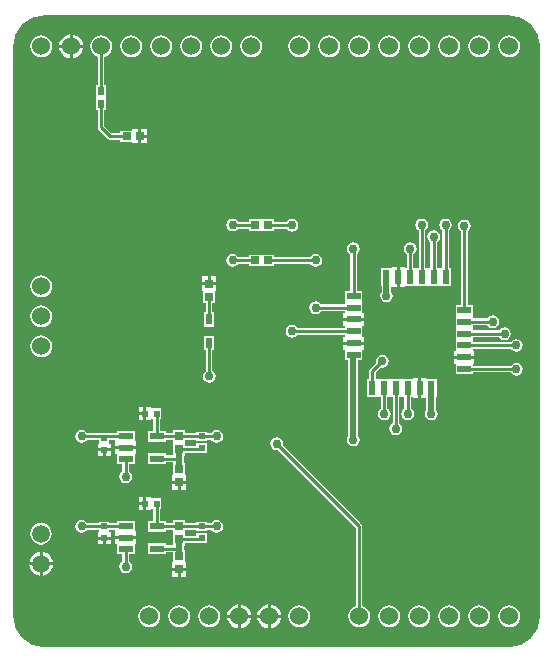
<source format=gtl>
%FSLAX25Y25*%
%MOIN*%
G70*
G01*
G75*
G04 Layer_Physical_Order=1*
G04 Layer_Color=255*
%ADD10R,0.02362X0.04724*%
%ADD11R,0.04724X0.02362*%
%ADD12R,0.02362X0.03543*%
%ADD13R,0.02559X0.02953*%
%ADD14R,0.02362X0.01969*%
%ADD15R,0.02953X0.02559*%
%ADD16R,0.04803X0.02362*%
%ADD17R,0.01969X0.02362*%
%ADD18R,0.01969X0.02756*%
%ADD19C,0.02000*%
%ADD20C,0.01000*%
%ADD21C,0.00600*%
%ADD22C,0.05906*%
%ADD23C,0.06000*%
%ADD24C,0.03000*%
G36*
X166960Y209855D02*
X168845Y209283D01*
X170583Y208355D01*
X172105Y207105D01*
X173355Y205583D01*
X174284Y203845D01*
X174855Y201960D01*
X175044Y200048D01*
X175000Y200000D01*
D01*
X175000Y200000D01*
X175048Y10000D01*
X174855Y8040D01*
X174284Y6155D01*
X173355Y4417D01*
X172105Y2895D01*
X170583Y1645D01*
X168845Y716D01*
X166960Y145D01*
X165048Y-44D01*
X165000Y0D01*
Y0D01*
X10000Y-48D01*
X8040Y145D01*
X6155Y716D01*
X4417Y1645D01*
X2895Y2895D01*
X1645Y4417D01*
X716Y6155D01*
X145Y8040D01*
X-44Y9952D01*
X0Y10000D01*
X0D01*
X-48Y200000D01*
X145Y201960D01*
X716Y203845D01*
X1645Y205583D01*
X2895Y207105D01*
X4417Y208355D01*
X6155Y209283D01*
X8040Y209855D01*
X9952Y210044D01*
X10000Y210000D01*
Y210000D01*
X165000Y210048D01*
X166960Y209855D01*
D02*
G37*
%LPC*%
G36*
X29500Y35563D02*
X27819D01*
Y34079D01*
X29500D01*
Y35563D01*
D02*
G37*
G36*
X9000Y41083D02*
X8072Y40961D01*
X7208Y40603D01*
X6466Y40034D01*
X5897Y39292D01*
X5539Y38427D01*
X5417Y37500D01*
X5539Y36573D01*
X5897Y35708D01*
X6466Y34966D01*
X7208Y34397D01*
X8072Y34039D01*
X9000Y33917D01*
X9928Y34039D01*
X10792Y34397D01*
X11534Y34966D01*
X12103Y35708D01*
X12461Y36573D01*
X12583Y37500D01*
X12461Y38427D01*
X12103Y39292D01*
X11534Y40034D01*
X10792Y40603D01*
X9928Y40961D01*
X9000Y41083D01*
D02*
G37*
G36*
X32181Y35563D02*
X30500D01*
Y34079D01*
X32181D01*
Y35563D01*
D02*
G37*
G36*
X45547Y49681D02*
X44063D01*
Y47500D01*
Y45319D01*
X45547D01*
Y45719D01*
X45916D01*
Y45719D01*
X46378Y45719D01*
Y41781D01*
X44498D01*
Y38219D01*
X50502D01*
Y38878D01*
X53120D01*
Y38099D01*
X53120Y38099D01*
X53120D01*
X53120Y37924D01*
Y37835D01*
Y37746D01*
X53120Y37570D01*
X53120Y37570D01*
X53120D01*
Y33641D01*
X50502D01*
Y34301D01*
X44498D01*
Y30739D01*
X50502D01*
Y31398D01*
X53120D01*
Y28146D01*
X52720D01*
Y26169D01*
X57279D01*
Y28146D01*
X56880D01*
Y32076D01*
X56649D01*
Y33593D01*
X56880D01*
Y34548D01*
X60719D01*
Y34479D01*
X64281D01*
Y37647D01*
X60719D01*
Y36791D01*
X56880D01*
Y37570D01*
X56880Y37570D01*
D01*
D01*
X56880Y37746D01*
Y37768D01*
Y37835D01*
X56880Y37924D01*
D01*
X56880Y38099D01*
X56880Y38099D01*
X56880D01*
Y38878D01*
X60719D01*
Y38416D01*
X64281D01*
Y38878D01*
X65724D01*
X65986Y38486D01*
X66681Y38022D01*
X67500Y37859D01*
X68319Y38022D01*
X69014Y38486D01*
X69478Y39181D01*
X69641Y40000D01*
X69478Y40819D01*
X69014Y41514D01*
X68319Y41978D01*
X67500Y42141D01*
X66681Y41978D01*
X65986Y41514D01*
X65724Y41122D01*
X64281D01*
Y41584D01*
X60719D01*
Y41122D01*
X56880D01*
Y42076D01*
X53120D01*
Y41122D01*
X50502D01*
Y41781D01*
X48622D01*
Y45719D01*
X49084D01*
Y49281D01*
X45916D01*
Y49281D01*
X45901D01*
X45547Y49635D01*
Y49681D01*
D02*
G37*
G36*
X22500Y42141D02*
X21681Y41978D01*
X20986Y41514D01*
X20522Y40819D01*
X20359Y40000D01*
X20522Y39181D01*
X20986Y38486D01*
X21681Y38022D01*
X22500Y37859D01*
X23319Y38022D01*
X24014Y38486D01*
X24276Y38878D01*
X28219D01*
X28219Y38416D01*
X28219D01*
Y38401D01*
X27865Y38047D01*
X27819D01*
Y36563D01*
X32181D01*
Y38047D01*
X31781D01*
Y38416D01*
X31781D01*
X31781Y38878D01*
X33784D01*
Y38441D01*
X33784D01*
Y36760D01*
X40587D01*
Y38441D01*
X40187D01*
Y41781D01*
X34183D01*
Y41122D01*
X31781D01*
Y41584D01*
X28219D01*
Y41122D01*
X24276D01*
X24014Y41514D01*
X23319Y41978D01*
X22500Y42141D01*
D02*
G37*
G36*
X12921Y27000D02*
X9500D01*
Y23579D01*
X10032Y23649D01*
X10993Y24047D01*
X11819Y24681D01*
X12453Y25507D01*
X12851Y26468D01*
X12921Y27000D01*
D02*
G37*
G36*
X8500D02*
X5079D01*
X5149Y26468D01*
X5547Y25507D01*
X6181Y24681D01*
X7007Y24047D01*
X7968Y23649D01*
X8500Y23579D01*
Y27000D01*
D02*
G37*
G36*
X40587Y35760D02*
X33784D01*
Y34079D01*
X34183D01*
Y30739D01*
X36064D01*
Y28276D01*
X35671Y28014D01*
X35207Y27319D01*
X35044Y26500D01*
X35207Y25681D01*
X35671Y24986D01*
X36366Y24522D01*
X37185Y24359D01*
X38004Y24522D01*
X38699Y24986D01*
X39163Y25681D01*
X39326Y26500D01*
X39163Y27319D01*
X38699Y28014D01*
X38307Y28276D01*
Y30739D01*
X40187D01*
Y34079D01*
X40587D01*
Y35760D01*
D02*
G37*
G36*
X9500Y31421D02*
Y28000D01*
X12921D01*
X12851Y28532D01*
X12453Y29493D01*
X11819Y30319D01*
X10993Y30953D01*
X10032Y31351D01*
X9500Y31421D01*
D02*
G37*
G36*
X8500D02*
X7968Y31351D01*
X7007Y30953D01*
X6181Y30319D01*
X5547Y29493D01*
X5149Y28532D01*
X5079Y28000D01*
X8500D01*
Y31421D01*
D02*
G37*
G36*
X32181Y65031D02*
X30500D01*
Y63547D01*
X32181D01*
Y65031D01*
D02*
G37*
G36*
X29500D02*
X27819D01*
Y63547D01*
X29500D01*
Y65031D01*
D02*
G37*
G36*
X116504Y100563D02*
X109780D01*
Y98882D01*
X110179D01*
Y95345D01*
X111471D01*
Y70118D01*
X111124Y69599D01*
X110961Y68779D01*
X111124Y67960D01*
X111588Y67265D01*
X112283Y66801D01*
X113102Y66638D01*
X113922Y66801D01*
X114616Y67265D01*
X115080Y67960D01*
X115243Y68779D01*
X115080Y69599D01*
X114734Y70118D01*
Y95345D01*
X116104D01*
Y98882D01*
X116504D01*
Y100563D01*
D02*
G37*
G36*
X45547Y79681D02*
X44063D01*
Y77500D01*
Y75319D01*
X45547D01*
Y75719D01*
X45916D01*
Y75719D01*
X46378Y75719D01*
Y71781D01*
X44498D01*
Y68219D01*
X50502D01*
Y68878D01*
X53120D01*
Y68099D01*
X53120Y68099D01*
X53120D01*
X53120Y67924D01*
Y67835D01*
Y67746D01*
X53120Y67570D01*
X53120Y67570D01*
X53120D01*
Y63641D01*
X50502D01*
Y64301D01*
X44498D01*
Y60739D01*
X50502D01*
Y61398D01*
X53120D01*
Y61076D01*
X53120D01*
Y57146D01*
X52720D01*
Y55169D01*
X57279D01*
Y57146D01*
X56880D01*
Y61076D01*
X56649D01*
Y63593D01*
X56880D01*
Y64548D01*
X60719D01*
Y64479D01*
X64281D01*
Y67647D01*
X60719D01*
Y66791D01*
X56880D01*
Y67570D01*
X56880Y67570D01*
D01*
D01*
X56880Y67746D01*
Y67768D01*
Y67835D01*
X56880Y67924D01*
D01*
X56880Y68099D01*
X56880Y68099D01*
X56880D01*
Y68878D01*
X60719D01*
Y68416D01*
X64281D01*
Y68878D01*
X65724D01*
X65986Y68486D01*
X66681Y68022D01*
X67500Y67859D01*
X68319Y68022D01*
X69014Y68486D01*
X69478Y69181D01*
X69641Y70000D01*
X69478Y70819D01*
X69014Y71514D01*
X68319Y71978D01*
X67500Y72141D01*
X66681Y71978D01*
X65986Y71514D01*
X65724Y71122D01*
X64281D01*
Y71584D01*
X60719D01*
Y71122D01*
X56880D01*
Y72076D01*
X53120D01*
Y71122D01*
X50502D01*
Y71781D01*
X48622D01*
Y75719D01*
X49084D01*
Y79281D01*
X45916D01*
Y79281D01*
X45901D01*
X45547Y79635D01*
Y79681D01*
D02*
G37*
G36*
X22500Y72141D02*
X21681Y71978D01*
X20986Y71514D01*
X20522Y70819D01*
X20359Y70000D01*
X20522Y69181D01*
X20986Y68486D01*
X21681Y68022D01*
X22500Y67859D01*
X23319Y68022D01*
X24014Y68486D01*
X24276Y68878D01*
X28219D01*
Y67884D01*
X28219D01*
Y67869D01*
X27865Y67516D01*
X27819D01*
Y66031D01*
X32181D01*
Y67516D01*
X31781D01*
Y67884D01*
X31781D01*
Y68878D01*
X33784D01*
Y68441D01*
X33784D01*
Y66760D01*
X40587D01*
Y68441D01*
X40187D01*
Y71781D01*
X34183D01*
Y71122D01*
X24276D01*
X24014Y71514D01*
X23319Y71978D01*
X22500Y72141D01*
D02*
G37*
G36*
X43063Y49681D02*
X41579D01*
Y48000D01*
X43063D01*
Y49681D01*
D02*
G37*
G36*
Y47000D02*
X41579D01*
Y45319D01*
X43063D01*
Y47000D01*
D02*
G37*
G36*
X54500Y54169D02*
X52720D01*
Y52193D01*
X54500D01*
Y54169D01*
D02*
G37*
G36*
X40587Y65760D02*
X33784D01*
Y64079D01*
X34183D01*
Y60739D01*
X36064D01*
Y58276D01*
X35671Y58014D01*
X35207Y57319D01*
X35044Y56500D01*
X35207Y55681D01*
X35671Y54986D01*
X36366Y54522D01*
X37185Y54359D01*
X38004Y54522D01*
X38699Y54986D01*
X39163Y55681D01*
X39326Y56500D01*
X39163Y57319D01*
X38699Y58014D01*
X38307Y58276D01*
Y60739D01*
X40187D01*
Y64079D01*
X40587D01*
Y65760D01*
D02*
G37*
G36*
X57279Y54169D02*
X55500D01*
Y52193D01*
X57279D01*
Y54169D01*
D02*
G37*
G36*
X65000Y13631D02*
X64060Y13507D01*
X63184Y13145D01*
X62432Y12567D01*
X61855Y11816D01*
X61493Y10940D01*
X61369Y10000D01*
X61493Y9060D01*
X61855Y8185D01*
X62432Y7433D01*
X63184Y6855D01*
X64060Y6493D01*
X65000Y6369D01*
X65940Y6493D01*
X66816Y6855D01*
X67568Y7433D01*
X68145Y8185D01*
X68507Y9060D01*
X68631Y10000D01*
X68507Y10940D01*
X68145Y11816D01*
X67568Y12567D01*
X66816Y13145D01*
X65940Y13507D01*
X65000Y13631D01*
D02*
G37*
G36*
X55000D02*
X54060Y13507D01*
X53184Y13145D01*
X52432Y12567D01*
X51855Y11816D01*
X51493Y10940D01*
X51369Y10000D01*
X51493Y9060D01*
X51855Y8185D01*
X52432Y7433D01*
X53184Y6855D01*
X54060Y6493D01*
X55000Y6369D01*
X55940Y6493D01*
X56815Y6855D01*
X57568Y7433D01*
X58145Y8185D01*
X58507Y9060D01*
X58631Y10000D01*
X58507Y10940D01*
X58145Y11816D01*
X57568Y12567D01*
X56815Y13145D01*
X55940Y13507D01*
X55000Y13631D01*
D02*
G37*
G36*
X95000D02*
X94060Y13507D01*
X93185Y13145D01*
X92432Y12567D01*
X91855Y11816D01*
X91493Y10940D01*
X91369Y10000D01*
X91493Y9060D01*
X91855Y8185D01*
X92432Y7433D01*
X93185Y6855D01*
X94060Y6493D01*
X95000Y6369D01*
X95940Y6493D01*
X96816Y6855D01*
X97568Y7433D01*
X98145Y8185D01*
X98507Y9060D01*
X98631Y10000D01*
X98507Y10940D01*
X98145Y11816D01*
X97568Y12567D01*
X96816Y13145D01*
X95940Y13507D01*
X95000Y13631D01*
D02*
G37*
G36*
X125000D02*
X124060Y13507D01*
X123185Y13145D01*
X122432Y12567D01*
X121855Y11816D01*
X121493Y10940D01*
X121369Y10000D01*
X121493Y9060D01*
X121855Y8185D01*
X122432Y7433D01*
X123185Y6855D01*
X124060Y6493D01*
X125000Y6369D01*
X125940Y6493D01*
X126815Y6855D01*
X127568Y7433D01*
X128145Y8185D01*
X128507Y9060D01*
X128631Y10000D01*
X128507Y10940D01*
X128145Y11816D01*
X127568Y12567D01*
X126815Y13145D01*
X125940Y13507D01*
X125000Y13631D01*
D02*
G37*
G36*
X87500Y69641D02*
X86681Y69478D01*
X85986Y69014D01*
X85522Y68319D01*
X85359Y67500D01*
X85522Y66681D01*
X85986Y65986D01*
X86681Y65522D01*
X87500Y65359D01*
X87963Y65451D01*
X113878Y39535D01*
Y13432D01*
X113184Y13145D01*
X112432Y12567D01*
X111855Y11816D01*
X111493Y10940D01*
X111369Y10000D01*
X111493Y9060D01*
X111855Y8185D01*
X112432Y7433D01*
X113184Y6855D01*
X114060Y6493D01*
X115000Y6369D01*
X115940Y6493D01*
X116815Y6855D01*
X117568Y7433D01*
X118145Y8185D01*
X118507Y9060D01*
X118631Y10000D01*
X118507Y10940D01*
X118145Y11816D01*
X117568Y12567D01*
X116815Y13145D01*
X116122Y13432D01*
Y40000D01*
X116036Y40429D01*
X115793Y40793D01*
X115793Y40793D01*
X89549Y67037D01*
X89641Y67500D01*
X89478Y68319D01*
X89014Y69014D01*
X88319Y69478D01*
X87500Y69641D01*
D02*
G37*
G36*
X78969Y9500D02*
X75500D01*
Y6031D01*
X76044Y6103D01*
X77017Y6506D01*
X77853Y7147D01*
X78494Y7983D01*
X78897Y8956D01*
X78969Y9500D01*
D02*
G37*
G36*
X74500D02*
X71031D01*
X71103Y8956D01*
X71506Y7983D01*
X72147Y7147D01*
X72983Y6506D01*
X73956Y6103D01*
X74500Y6031D01*
Y9500D01*
D02*
G37*
G36*
X84500D02*
X81031D01*
X81103Y8956D01*
X81506Y7983D01*
X82147Y7147D01*
X82983Y6506D01*
X83956Y6103D01*
X84500Y6031D01*
Y9500D01*
D02*
G37*
G36*
X45000Y13631D02*
X44060Y13507D01*
X43185Y13145D01*
X42432Y12567D01*
X41855Y11816D01*
X41493Y10940D01*
X41369Y10000D01*
X41493Y9060D01*
X41855Y8185D01*
X42432Y7433D01*
X43185Y6855D01*
X44060Y6493D01*
X45000Y6369D01*
X45940Y6493D01*
X46815Y6855D01*
X47567Y7433D01*
X48145Y8185D01*
X48507Y9060D01*
X48631Y10000D01*
X48507Y10940D01*
X48145Y11816D01*
X47567Y12567D01*
X46815Y13145D01*
X45940Y13507D01*
X45000Y13631D01*
D02*
G37*
G36*
X88969Y9500D02*
X85500D01*
Y6031D01*
X86044Y6103D01*
X87017Y6506D01*
X87853Y7147D01*
X88494Y7983D01*
X88897Y8956D01*
X88969Y9500D01*
D02*
G37*
G36*
X84500Y13969D02*
X83956Y13897D01*
X82983Y13494D01*
X82147Y12853D01*
X81506Y12017D01*
X81103Y11044D01*
X81031Y10500D01*
X84500D01*
Y13969D01*
D02*
G37*
G36*
X75500D02*
Y10500D01*
X78969D01*
X78897Y11044D01*
X78494Y12017D01*
X77853Y12853D01*
X77017Y13494D01*
X76044Y13897D01*
X75500Y13969D01*
D02*
G37*
G36*
X85500D02*
Y10500D01*
X88969D01*
X88897Y11044D01*
X88494Y12017D01*
X87853Y12853D01*
X87017Y13494D01*
X86044Y13897D01*
X85500Y13969D01*
D02*
G37*
G36*
X57279Y25169D02*
X55500D01*
Y23193D01*
X57279D01*
Y25169D01*
D02*
G37*
G36*
X54500D02*
X52720D01*
Y23193D01*
X54500D01*
Y25169D01*
D02*
G37*
G36*
X145000Y13631D02*
X144060Y13507D01*
X143184Y13145D01*
X142432Y12567D01*
X141855Y11816D01*
X141493Y10940D01*
X141369Y10000D01*
X141493Y9060D01*
X141855Y8185D01*
X142432Y7433D01*
X143184Y6855D01*
X144060Y6493D01*
X145000Y6369D01*
X145940Y6493D01*
X146816Y6855D01*
X147568Y7433D01*
X148145Y8185D01*
X148507Y9060D01*
X148631Y10000D01*
X148507Y10940D01*
X148145Y11816D01*
X147568Y12567D01*
X146816Y13145D01*
X145940Y13507D01*
X145000Y13631D01*
D02*
G37*
G36*
X135000D02*
X134060Y13507D01*
X133185Y13145D01*
X132432Y12567D01*
X131855Y11816D01*
X131493Y10940D01*
X131369Y10000D01*
X131493Y9060D01*
X131855Y8185D01*
X132432Y7433D01*
X133185Y6855D01*
X134060Y6493D01*
X135000Y6369D01*
X135940Y6493D01*
X136816Y6855D01*
X137568Y7433D01*
X138145Y8185D01*
X138507Y9060D01*
X138631Y10000D01*
X138507Y10940D01*
X138145Y11816D01*
X137568Y12567D01*
X136816Y13145D01*
X135940Y13507D01*
X135000Y13631D01*
D02*
G37*
G36*
X155000D02*
X154060Y13507D01*
X153184Y13145D01*
X152432Y12567D01*
X151855Y11816D01*
X151493Y10940D01*
X151369Y10000D01*
X151493Y9060D01*
X151855Y8185D01*
X152432Y7433D01*
X153184Y6855D01*
X154060Y6493D01*
X155000Y6369D01*
X155940Y6493D01*
X156816Y6855D01*
X157568Y7433D01*
X158145Y8185D01*
X158507Y9060D01*
X158631Y10000D01*
X158507Y10940D01*
X158145Y11816D01*
X157568Y12567D01*
X156816Y13145D01*
X155940Y13507D01*
X155000Y13631D01*
D02*
G37*
G36*
X74500Y13969D02*
X73956Y13897D01*
X72983Y13494D01*
X72147Y12853D01*
X71506Y12017D01*
X71103Y11044D01*
X71031Y10500D01*
X74500D01*
Y13969D01*
D02*
G37*
G36*
X165000Y13631D02*
X164060Y13507D01*
X163184Y13145D01*
X162432Y12567D01*
X161855Y11816D01*
X161493Y10940D01*
X161369Y10000D01*
X161493Y9060D01*
X161855Y8185D01*
X162432Y7433D01*
X163184Y6855D01*
X164060Y6493D01*
X165000Y6369D01*
X165940Y6493D01*
X166815Y6855D01*
X167568Y7433D01*
X168145Y8185D01*
X168507Y9060D01*
X168631Y10000D01*
X168507Y10940D01*
X168145Y11816D01*
X167568Y12567D01*
X166815Y13145D01*
X165940Y13507D01*
X165000Y13631D01*
D02*
G37*
G36*
X39000Y203631D02*
X38060Y203507D01*
X37185Y203145D01*
X36432Y202568D01*
X35855Y201816D01*
X35493Y200940D01*
X35369Y200000D01*
X35493Y199060D01*
X35855Y198185D01*
X36432Y197432D01*
X37185Y196855D01*
X38060Y196493D01*
X39000Y196369D01*
X39940Y196493D01*
X40815Y196855D01*
X41568Y197432D01*
X42145Y198185D01*
X42507Y199060D01*
X42631Y200000D01*
X42507Y200940D01*
X42145Y201816D01*
X41568Y202568D01*
X40815Y203145D01*
X39940Y203507D01*
X39000Y203631D01*
D02*
G37*
G36*
X9000D02*
X8060Y203507D01*
X7185Y203145D01*
X6432Y202568D01*
X5855Y201816D01*
X5493Y200940D01*
X5369Y200000D01*
X5493Y199060D01*
X5855Y198185D01*
X6432Y197432D01*
X7185Y196855D01*
X8060Y196493D01*
X9000Y196369D01*
X9940Y196493D01*
X10815Y196855D01*
X11568Y197432D01*
X12145Y198185D01*
X12507Y199060D01*
X12631Y200000D01*
X12507Y200940D01*
X12145Y201816D01*
X11568Y202568D01*
X10815Y203145D01*
X9940Y203507D01*
X9000Y203631D01*
D02*
G37*
G36*
X49000D02*
X48060Y203507D01*
X47185Y203145D01*
X46433Y202568D01*
X45855Y201816D01*
X45493Y200940D01*
X45369Y200000D01*
X45493Y199060D01*
X45855Y198185D01*
X46433Y197432D01*
X47185Y196855D01*
X48060Y196493D01*
X49000Y196369D01*
X49940Y196493D01*
X50815Y196855D01*
X51568Y197432D01*
X52145Y198185D01*
X52507Y199060D01*
X52631Y200000D01*
X52507Y200940D01*
X52145Y201816D01*
X51568Y202568D01*
X50815Y203145D01*
X49940Y203507D01*
X49000Y203631D01*
D02*
G37*
G36*
X69000D02*
X68060Y203507D01*
X67185Y203145D01*
X66432Y202568D01*
X65855Y201816D01*
X65493Y200940D01*
X65369Y200000D01*
X65493Y199060D01*
X65855Y198185D01*
X66432Y197432D01*
X67185Y196855D01*
X68060Y196493D01*
X69000Y196369D01*
X69940Y196493D01*
X70815Y196855D01*
X71568Y197432D01*
X72145Y198185D01*
X72507Y199060D01*
X72631Y200000D01*
X72507Y200940D01*
X72145Y201816D01*
X71568Y202568D01*
X70815Y203145D01*
X69940Y203507D01*
X69000Y203631D01*
D02*
G37*
G36*
X59000D02*
X58060Y203507D01*
X57184Y203145D01*
X56432Y202568D01*
X55855Y201816D01*
X55493Y200940D01*
X55369Y200000D01*
X55493Y199060D01*
X55855Y198185D01*
X56432Y197432D01*
X57184Y196855D01*
X58060Y196493D01*
X59000Y196369D01*
X59940Y196493D01*
X60816Y196855D01*
X61568Y197432D01*
X62145Y198185D01*
X62507Y199060D01*
X62631Y200000D01*
X62507Y200940D01*
X62145Y201816D01*
X61568Y202568D01*
X60816Y203145D01*
X59940Y203507D01*
X59000Y203631D01*
D02*
G37*
G36*
X44307Y172280D02*
X42331D01*
Y170500D01*
X44307D01*
Y172280D01*
D02*
G37*
G36*
Y169500D02*
X42331D01*
Y167720D01*
X44307D01*
Y169500D01*
D02*
G37*
G36*
X29000Y203631D02*
X28060Y203507D01*
X27185Y203145D01*
X26432Y202568D01*
X25855Y201816D01*
X25493Y200940D01*
X25369Y200000D01*
X25493Y199060D01*
X25855Y198185D01*
X26432Y197432D01*
X27185Y196855D01*
X27878Y196568D01*
Y186978D01*
X27416D01*
Y183022D01*
X27416Y183022D01*
X27416Y182647D01*
X27416D01*
Y178691D01*
X27878D01*
Y173000D01*
X27878Y173000D01*
X27964Y172571D01*
X28207Y172207D01*
X31207Y169207D01*
X31571Y168964D01*
X32000Y168878D01*
X32000Y168878D01*
X35424D01*
Y168121D01*
X39354D01*
Y167720D01*
X41331D01*
Y170000D01*
Y172280D01*
X39354D01*
Y171879D01*
X35424D01*
Y171122D01*
X32465D01*
X30122Y173465D01*
Y178691D01*
X30584D01*
Y182647D01*
D01*
Y182647D01*
X30584Y182647D01*
Y183022D01*
X30584D01*
Y186978D01*
X30122D01*
Y196568D01*
X30816Y196855D01*
X31567Y197432D01*
X32145Y198185D01*
X32507Y199060D01*
X32631Y200000D01*
X32507Y200940D01*
X32145Y201816D01*
X31567Y202568D01*
X30816Y203145D01*
X29940Y203507D01*
X29000Y203631D01*
D02*
G37*
G36*
X22969Y199500D02*
X19500D01*
Y196031D01*
X20044Y196103D01*
X21017Y196506D01*
X21853Y197147D01*
X22494Y197983D01*
X22897Y198956D01*
X22969Y199500D01*
D02*
G37*
G36*
X18500D02*
X15031D01*
X15103Y198956D01*
X15506Y197983D01*
X16147Y197147D01*
X16983Y196506D01*
X17956Y196103D01*
X18500Y196031D01*
Y199500D01*
D02*
G37*
G36*
X79000Y203631D02*
X78060Y203507D01*
X77184Y203145D01*
X76432Y202568D01*
X75855Y201816D01*
X75493Y200940D01*
X75369Y200000D01*
X75493Y199060D01*
X75855Y198185D01*
X76432Y197432D01*
X77184Y196855D01*
X78060Y196493D01*
X79000Y196369D01*
X79940Y196493D01*
X80816Y196855D01*
X81568Y197432D01*
X82145Y198185D01*
X82507Y199060D01*
X82631Y200000D01*
X82507Y200940D01*
X82145Y201816D01*
X81568Y202568D01*
X80816Y203145D01*
X79940Y203507D01*
X79000Y203631D01*
D02*
G37*
G36*
X155000D02*
X154060Y203507D01*
X153184Y203145D01*
X152432Y202568D01*
X151855Y201816D01*
X151493Y200940D01*
X151369Y200000D01*
X151493Y199060D01*
X151855Y198185D01*
X152432Y197432D01*
X153184Y196855D01*
X154060Y196493D01*
X155000Y196369D01*
X155940Y196493D01*
X156816Y196855D01*
X157568Y197432D01*
X158145Y198185D01*
X158507Y199060D01*
X158631Y200000D01*
X158507Y200940D01*
X158145Y201816D01*
X157568Y202568D01*
X156816Y203145D01*
X155940Y203507D01*
X155000Y203631D01*
D02*
G37*
G36*
X145000D02*
X144060Y203507D01*
X143184Y203145D01*
X142432Y202568D01*
X141855Y201816D01*
X141493Y200940D01*
X141369Y200000D01*
X141493Y199060D01*
X141855Y198185D01*
X142432Y197432D01*
X143184Y196855D01*
X144060Y196493D01*
X145000Y196369D01*
X145940Y196493D01*
X146816Y196855D01*
X147568Y197432D01*
X148145Y198185D01*
X148507Y199060D01*
X148631Y200000D01*
X148507Y200940D01*
X148145Y201816D01*
X147568Y202568D01*
X146816Y203145D01*
X145940Y203507D01*
X145000Y203631D01*
D02*
G37*
G36*
X165000D02*
X164060Y203507D01*
X163184Y203145D01*
X162432Y202568D01*
X161855Y201816D01*
X161493Y200940D01*
X161369Y200000D01*
X161493Y199060D01*
X161855Y198185D01*
X162432Y197432D01*
X163184Y196855D01*
X164060Y196493D01*
X165000Y196369D01*
X165940Y196493D01*
X166815Y196855D01*
X167568Y197432D01*
X168145Y198185D01*
X168507Y199060D01*
X168631Y200000D01*
X168507Y200940D01*
X168145Y201816D01*
X167568Y202568D01*
X166815Y203145D01*
X165940Y203507D01*
X165000Y203631D01*
D02*
G37*
G36*
X19500Y203969D02*
Y200500D01*
X22969D01*
X22897Y201044D01*
X22494Y202017D01*
X21853Y202853D01*
X21017Y203494D01*
X20044Y203897D01*
X19500Y203969D01*
D02*
G37*
G36*
X18500D02*
X17956Y203897D01*
X16983Y203494D01*
X16147Y202853D01*
X15506Y202017D01*
X15103Y201044D01*
X15031Y200500D01*
X18500D01*
Y203969D01*
D02*
G37*
G36*
X105000Y203631D02*
X104060Y203507D01*
X103184Y203145D01*
X102432Y202568D01*
X101855Y201816D01*
X101493Y200940D01*
X101369Y200000D01*
X101493Y199060D01*
X101855Y198185D01*
X102432Y197432D01*
X103184Y196855D01*
X104060Y196493D01*
X105000Y196369D01*
X105940Y196493D01*
X106816Y196855D01*
X107568Y197432D01*
X108145Y198185D01*
X108507Y199060D01*
X108631Y200000D01*
X108507Y200940D01*
X108145Y201816D01*
X107568Y202568D01*
X106816Y203145D01*
X105940Y203507D01*
X105000Y203631D01*
D02*
G37*
G36*
X95000D02*
X94060Y203507D01*
X93185Y203145D01*
X92432Y202568D01*
X91855Y201816D01*
X91493Y200940D01*
X91369Y200000D01*
X91493Y199060D01*
X91855Y198185D01*
X92432Y197432D01*
X93185Y196855D01*
X94060Y196493D01*
X95000Y196369D01*
X95940Y196493D01*
X96816Y196855D01*
X97568Y197432D01*
X98145Y198185D01*
X98507Y199060D01*
X98631Y200000D01*
X98507Y200940D01*
X98145Y201816D01*
X97568Y202568D01*
X96816Y203145D01*
X95940Y203507D01*
X95000Y203631D01*
D02*
G37*
G36*
X115000D02*
X114060Y203507D01*
X113184Y203145D01*
X112432Y202568D01*
X111855Y201816D01*
X111493Y200940D01*
X111369Y200000D01*
X111493Y199060D01*
X111855Y198185D01*
X112432Y197432D01*
X113184Y196855D01*
X114060Y196493D01*
X115000Y196369D01*
X115940Y196493D01*
X116815Y196855D01*
X117568Y197432D01*
X118145Y198185D01*
X118507Y199060D01*
X118631Y200000D01*
X118507Y200940D01*
X118145Y201816D01*
X117568Y202568D01*
X116815Y203145D01*
X115940Y203507D01*
X115000Y203631D01*
D02*
G37*
G36*
X135000D02*
X134060Y203507D01*
X133185Y203145D01*
X132432Y202568D01*
X131855Y201816D01*
X131493Y200940D01*
X131369Y200000D01*
X131493Y199060D01*
X131855Y198185D01*
X132432Y197432D01*
X133185Y196855D01*
X134060Y196493D01*
X135000Y196369D01*
X135940Y196493D01*
X136816Y196855D01*
X137568Y197432D01*
X138145Y198185D01*
X138507Y199060D01*
X138631Y200000D01*
X138507Y200940D01*
X138145Y201816D01*
X137568Y202568D01*
X136816Y203145D01*
X135940Y203507D01*
X135000Y203631D01*
D02*
G37*
G36*
X125000D02*
X124060Y203507D01*
X123185Y203145D01*
X122432Y202568D01*
X121855Y201816D01*
X121493Y200940D01*
X121369Y200000D01*
X121493Y199060D01*
X121855Y198185D01*
X122432Y197432D01*
X123185Y196855D01*
X124060Y196493D01*
X125000Y196369D01*
X125940Y196493D01*
X126815Y196855D01*
X127568Y197432D01*
X128145Y198185D01*
X128507Y199060D01*
X128631Y200000D01*
X128507Y200940D01*
X128145Y201816D01*
X127568Y202568D01*
X126815Y203145D01*
X125940Y203507D01*
X125000Y203631D01*
D02*
G37*
G36*
X9000Y103631D02*
X8060Y103507D01*
X7185Y103145D01*
X6432Y102568D01*
X5855Y101815D01*
X5493Y100940D01*
X5369Y100000D01*
X5493Y99060D01*
X5855Y98185D01*
X6432Y97432D01*
X7185Y96855D01*
X8060Y96493D01*
X9000Y96369D01*
X9940Y96493D01*
X10815Y96855D01*
X11568Y97432D01*
X12145Y98185D01*
X12507Y99060D01*
X12631Y100000D01*
X12507Y100940D01*
X12145Y101815D01*
X11568Y102568D01*
X10815Y103145D01*
X9940Y103507D01*
X9000Y103631D01*
D02*
G37*
G36*
X122776Y97141D02*
X121956Y96978D01*
X121262Y96514D01*
X120797Y95819D01*
X120634Y95000D01*
X120727Y94537D01*
X118608Y92419D01*
X118365Y92055D01*
X118280Y91626D01*
X118280Y91626D01*
Y89065D01*
X117621D01*
Y83140D01*
X121183D01*
Y83140D01*
X121183D01*
X121183Y83140D01*
X121557D01*
Y83140D01*
X122217D01*
Y79217D01*
X121825Y78955D01*
X121360Y78260D01*
X121197Y77441D01*
X121360Y76622D01*
X121825Y75927D01*
X122519Y75463D01*
X123339Y75300D01*
X124158Y75463D01*
X124853Y75927D01*
X125317Y76622D01*
X125480Y77441D01*
X125317Y78260D01*
X124853Y78955D01*
X124460Y79217D01*
Y83140D01*
X125120D01*
Y83140D01*
X125120D01*
X125120Y83140D01*
X125495D01*
Y83140D01*
X126154D01*
Y74280D01*
X125762Y74018D01*
X125297Y73323D01*
X125134Y72504D01*
X125297Y71685D01*
X125762Y70990D01*
X126456Y70526D01*
X127276Y70363D01*
X128095Y70526D01*
X128790Y70990D01*
X129254Y71685D01*
X129417Y72504D01*
X129254Y73323D01*
X128790Y74018D01*
X128397Y74280D01*
Y83140D01*
X129057D01*
Y83140D01*
X129057D01*
X129057Y83140D01*
X129431D01*
Y83140D01*
X130091D01*
Y79217D01*
X129699Y78955D01*
X129234Y78260D01*
X129071Y77441D01*
X129234Y76622D01*
X129699Y75927D01*
X130393Y75463D01*
X131213Y75300D01*
X132032Y75463D01*
X132727Y75927D01*
X133191Y76622D01*
X133354Y77441D01*
X133191Y78260D01*
X132727Y78955D01*
X132334Y79217D01*
Y83140D01*
X132968D01*
Y82740D01*
X134650D01*
Y86102D01*
Y89465D01*
X132968D01*
Y89065D01*
X129431D01*
D01*
D01*
X129431Y89065D01*
X129057D01*
Y89065D01*
X125495D01*
D01*
D01*
X125495Y89065D01*
X125120D01*
Y89065D01*
X121557D01*
D01*
D01*
X121557Y89065D01*
X121183D01*
Y89065D01*
X120523D01*
Y91161D01*
X122313Y92951D01*
X122776Y92859D01*
X123595Y93022D01*
X124290Y93486D01*
X124754Y94181D01*
X124917Y95000D01*
X124754Y95819D01*
X124290Y96514D01*
X123595Y96978D01*
X122776Y97141D01*
D02*
G37*
G36*
X116504Y108437D02*
X109780D01*
Y106756D01*
X110179D01*
Y106122D01*
X94406D01*
X94144Y106514D01*
X93449Y106978D01*
X92630Y107141D01*
X91811Y106978D01*
X91116Y106514D01*
X90652Y105819D01*
X90489Y105000D01*
X90652Y104181D01*
X91116Y103486D01*
X91811Y103022D01*
X92630Y102859D01*
X93449Y103022D01*
X94144Y103486D01*
X94406Y103878D01*
X110179D01*
Y103244D01*
X109780D01*
Y101563D01*
X116504D01*
Y103244D01*
X116104D01*
Y106756D01*
X116504D01*
Y108437D01*
D02*
G37*
G36*
X67279Y120331D02*
X62721D01*
Y118354D01*
X63121D01*
Y114424D01*
X63878D01*
Y111309D01*
X63219D01*
Y106565D01*
X66781D01*
Y111309D01*
X66122D01*
Y114424D01*
X66879D01*
Y118354D01*
X67279D01*
Y120331D01*
D02*
G37*
G36*
X9000Y113631D02*
X8060Y113507D01*
X7185Y113145D01*
X6432Y112568D01*
X5855Y111816D01*
X5493Y110940D01*
X5369Y110000D01*
X5493Y109060D01*
X5855Y108185D01*
X6432Y107432D01*
X7185Y106855D01*
X8060Y106493D01*
X9000Y106369D01*
X9940Y106493D01*
X10815Y106855D01*
X11568Y107432D01*
X12145Y108185D01*
X12507Y109060D01*
X12631Y110000D01*
X12507Y110940D01*
X12145Y111816D01*
X11568Y112568D01*
X10815Y113145D01*
X9940Y113507D01*
X9000Y113631D01*
D02*
G37*
G36*
X43063Y77000D02*
X41579D01*
Y75319D01*
X43063D01*
Y77000D01*
D02*
G37*
G36*
X137331Y89465D02*
X135650D01*
Y86102D01*
Y82740D01*
X137331D01*
D01*
X137331D01*
X137455Y82616D01*
Y78779D01*
X137108Y78260D01*
X136945Y77441D01*
X137108Y76622D01*
X137573Y75927D01*
X138267Y75463D01*
X139087Y75300D01*
X139906Y75463D01*
X140601Y75927D01*
X141065Y76622D01*
X141228Y77441D01*
X141065Y78260D01*
X140718Y78779D01*
Y83140D01*
X140868D01*
Y89065D01*
X137331D01*
Y89465D01*
D02*
G37*
G36*
X43063Y79681D02*
X41579D01*
Y78000D01*
X43063D01*
Y79681D01*
D02*
G37*
G36*
X153472Y95839D02*
X146748D01*
Y94157D01*
X147148D01*
Y90620D01*
X153072D01*
Y91280D01*
X165657D01*
X165919Y90888D01*
X166614Y90423D01*
X167433Y90260D01*
X168252Y90423D01*
X168947Y90888D01*
X169411Y91582D01*
X169574Y92402D01*
X169411Y93221D01*
X168947Y93916D01*
X168252Y94380D01*
X167433Y94543D01*
X166614Y94380D01*
X165919Y93916D01*
X165657Y93523D01*
X153072D01*
Y94157D01*
X153472D01*
Y95839D01*
D02*
G37*
G36*
X66781Y103435D02*
X63219D01*
Y98691D01*
X63878D01*
Y91776D01*
X63486Y91514D01*
X63022Y90819D01*
X62859Y90000D01*
X63022Y89181D01*
X63486Y88486D01*
X64181Y88022D01*
X65000Y87859D01*
X65819Y88022D01*
X66514Y88486D01*
X66978Y89181D01*
X67141Y90000D01*
X66978Y90819D01*
X66514Y91514D01*
X66122Y91776D01*
Y98691D01*
X66781D01*
Y103435D01*
D02*
G37*
G36*
X100504Y130763D02*
X99685Y130600D01*
X98990Y130136D01*
X98728Y129744D01*
X86635D01*
Y130502D01*
X82658D01*
X82658Y130502D01*
Y130502D01*
X82483Y130502D01*
X82394D01*
X82305D01*
X82129Y130502D01*
X82129Y130502D01*
Y130502D01*
X78152D01*
Y129744D01*
X74721D01*
X74459Y130136D01*
X73764Y130600D01*
X72945Y130763D01*
X72126Y130600D01*
X71431Y130136D01*
X70967Y129441D01*
X70804Y128622D01*
X70967Y127803D01*
X71431Y127108D01*
X72126Y126644D01*
X72945Y126481D01*
X73764Y126644D01*
X74459Y127108D01*
X74721Y127500D01*
X78152D01*
Y126742D01*
X82129D01*
X82129Y126742D01*
Y126742D01*
X82305Y126742D01*
X82394D01*
X82483D01*
X82658Y126742D01*
X82658Y126742D01*
Y126742D01*
X86635D01*
Y127500D01*
X98728D01*
X98990Y127108D01*
X99685Y126644D01*
X100504Y126481D01*
X101323Y126644D01*
X102018Y127108D01*
X102482Y127803D01*
X102645Y128622D01*
X102482Y129441D01*
X102018Y130136D01*
X101323Y130600D01*
X100504Y130763D01*
D02*
G37*
G36*
X72945Y142574D02*
X72126Y142411D01*
X71431Y141947D01*
X70967Y141252D01*
X70804Y140433D01*
X70967Y139614D01*
X71431Y138919D01*
X72126Y138455D01*
X72945Y138292D01*
X73764Y138455D01*
X74459Y138919D01*
X74674Y139241D01*
X78152D01*
Y138554D01*
X82129D01*
X82129Y138554D01*
Y138554D01*
X82305Y138554D01*
X82394D01*
X82483D01*
X82658Y138554D01*
X82658Y138554D01*
Y138554D01*
X86635D01*
Y139241D01*
X90854D01*
X91116Y138848D01*
X91811Y138384D01*
X92630Y138221D01*
X93449Y138384D01*
X94144Y138848D01*
X94608Y139543D01*
X94771Y140362D01*
X94608Y141182D01*
X94144Y141876D01*
X93449Y142340D01*
X92630Y142503D01*
X91811Y142340D01*
X91116Y141876D01*
X90854Y141484D01*
X86635D01*
Y142313D01*
X82658D01*
X82658Y142313D01*
Y142313D01*
X82483Y142313D01*
X82394D01*
X82305D01*
X82129Y142313D01*
X82129Y142313D01*
Y142313D01*
X78152D01*
Y141484D01*
X74769D01*
X74459Y141947D01*
X73764Y142411D01*
X72945Y142574D01*
D02*
G37*
G36*
X143811D02*
X142992Y142411D01*
X142297Y141947D01*
X141833Y141252D01*
X141670Y140433D01*
X141833Y139614D01*
X142297Y138919D01*
X142690Y138657D01*
Y126072D01*
X142030D01*
D01*
D01*
X142030Y126073D01*
X141655D01*
Y126072D01*
X140996D01*
Y134720D01*
X141388Y134982D01*
X141852Y135677D01*
X142015Y136496D01*
X141852Y137315D01*
X141388Y138010D01*
X140693Y138474D01*
X139874Y138637D01*
X139055Y138474D01*
X138360Y138010D01*
X137896Y137315D01*
X137733Y136496D01*
X137896Y135677D01*
X138360Y134982D01*
X138752Y134720D01*
Y126072D01*
X138093D01*
D01*
D01*
X138093Y126073D01*
X137718D01*
Y126072D01*
X137059D01*
Y138657D01*
X137451Y138919D01*
X137915Y139614D01*
X138078Y140433D01*
X137915Y141252D01*
X137451Y141947D01*
X136756Y142411D01*
X135937Y142574D01*
X135118Y142411D01*
X134423Y141947D01*
X133959Y141252D01*
X133796Y140433D01*
X133959Y139614D01*
X134423Y138919D01*
X134816Y138657D01*
Y126072D01*
X134156D01*
D01*
D01*
X134156Y126073D01*
X133781D01*
Y126072D01*
X133122D01*
Y130783D01*
X133514Y131045D01*
X133978Y131740D01*
X134141Y132559D01*
X133978Y133378D01*
X133514Y134073D01*
X132819Y134537D01*
X132000Y134700D01*
X131181Y134537D01*
X130486Y134073D01*
X130022Y133378D01*
X129859Y132559D01*
X130022Y131740D01*
X130486Y131045D01*
X130878Y130783D01*
Y126072D01*
X130244D01*
Y126472D01*
X128563D01*
Y123110D01*
Y119748D01*
X130244D01*
Y120148D01*
X133781D01*
Y120148D01*
X133781D01*
X133781Y120148D01*
X134156D01*
Y120148D01*
X137718D01*
Y120148D01*
X137718D01*
X137718Y120148D01*
X138093D01*
Y120148D01*
X141655D01*
Y120148D01*
X141655D01*
X141655Y120148D01*
X142030D01*
Y120148D01*
X145592D01*
Y126072D01*
X144933D01*
Y138657D01*
X145325Y138919D01*
X145789Y139614D01*
X145952Y140433D01*
X145789Y141252D01*
X145325Y141947D01*
X144630Y142411D01*
X143811Y142574D01*
D02*
G37*
G36*
X67279Y123307D02*
X65500D01*
Y121331D01*
X67279D01*
Y123307D01*
D02*
G37*
G36*
X64500D02*
X62721D01*
Y121331D01*
X64500D01*
Y123307D01*
D02*
G37*
G36*
X127563Y126472D02*
X125882D01*
Y126072D01*
X122345D01*
Y120148D01*
X122495D01*
Y118149D01*
X122148Y117630D01*
X121985Y116811D01*
X122148Y115992D01*
X122612Y115297D01*
X123307Y114833D01*
X124126Y114670D01*
X124945Y114833D01*
X125640Y115297D01*
X126104Y115992D01*
X126267Y116811D01*
X126104Y117630D01*
X125757Y118149D01*
Y119748D01*
X125882D01*
Y119748D01*
X127563D01*
Y123110D01*
Y126472D01*
D02*
G37*
G36*
X150110Y142251D02*
X149291Y142088D01*
X148596Y141624D01*
X148132Y140930D01*
X147969Y140110D01*
X148132Y139291D01*
X148596Y138596D01*
X148989Y138334D01*
Y113868D01*
X147148D01*
Y110306D01*
X147148Y110306D01*
X147148Y109931D01*
X147148D01*
Y106369D01*
X147148Y106369D01*
X147148Y105994D01*
X147148D01*
Y102431D01*
X147148Y102431D01*
X147148Y102057D01*
X147148D01*
Y98520D01*
X146748D01*
Y96839D01*
X153472D01*
Y98520D01*
X153072D01*
Y99154D01*
X165657D01*
X165919Y98762D01*
X166614Y98297D01*
X167433Y98134D01*
X168252Y98297D01*
X168947Y98762D01*
X169411Y99456D01*
X169574Y100276D01*
X169411Y101095D01*
X168947Y101790D01*
X168252Y102254D01*
X167433Y102417D01*
X166614Y102254D01*
X165919Y101790D01*
X165657Y101397D01*
X153072D01*
Y102057D01*
D01*
Y102057D01*
X153073Y102057D01*
Y102431D01*
X153072D01*
Y103091D01*
X161720D01*
X161982Y102699D01*
X162677Y102234D01*
X163496Y102071D01*
X164315Y102234D01*
X165010Y102699D01*
X165474Y103393D01*
X165637Y104213D01*
X165474Y105032D01*
X165010Y105727D01*
X164315Y106191D01*
X163496Y106354D01*
X162677Y106191D01*
X161982Y105727D01*
X161720Y105334D01*
X153072D01*
Y105994D01*
D01*
Y105994D01*
X153073Y105994D01*
Y106369D01*
X153072D01*
Y107028D01*
X157783D01*
X158045Y106636D01*
X158740Y106172D01*
X159559Y106009D01*
X160378Y106172D01*
X161073Y106636D01*
X161537Y107330D01*
X161700Y108150D01*
X161537Y108969D01*
X161073Y109664D01*
X160378Y110128D01*
X159559Y110291D01*
X158740Y110128D01*
X158045Y109664D01*
X157783Y109271D01*
X153072D01*
Y109931D01*
D01*
Y109931D01*
X153073Y109931D01*
Y110306D01*
X153072D01*
Y113868D01*
X151232D01*
Y138334D01*
X151624Y138596D01*
X152088Y139291D01*
X152251Y140110D01*
X152088Y140930D01*
X151624Y141624D01*
X150930Y142088D01*
X150110Y142251D01*
D02*
G37*
G36*
X9000Y123631D02*
X8060Y123507D01*
X7185Y123145D01*
X6432Y122568D01*
X5855Y121816D01*
X5493Y120940D01*
X5369Y120000D01*
X5493Y119060D01*
X5855Y118184D01*
X6432Y117432D01*
X7185Y116855D01*
X8060Y116493D01*
X9000Y116369D01*
X9940Y116493D01*
X10815Y116855D01*
X11568Y117432D01*
X12145Y118184D01*
X12507Y119060D01*
X12631Y120000D01*
X12507Y120940D01*
X12145Y121816D01*
X11568Y122568D01*
X10815Y123145D01*
X9940Y123507D01*
X9000Y123631D01*
D02*
G37*
G36*
X113102Y134700D02*
X112283Y134537D01*
X111588Y134073D01*
X111124Y133378D01*
X110961Y132559D01*
X111124Y131740D01*
X111588Y131045D01*
X112020Y130756D01*
Y118592D01*
X110179D01*
Y115030D01*
X110179Y115030D01*
X110179Y114655D01*
X110179D01*
Y113996D01*
X102280D01*
X102018Y114388D01*
X101323Y114852D01*
X100504Y115015D01*
X99685Y114852D01*
X98990Y114388D01*
X98526Y113693D01*
X98363Y112874D01*
X98526Y112055D01*
X98990Y111360D01*
X99685Y110896D01*
X100504Y110733D01*
X101323Y110896D01*
X102018Y111360D01*
X102280Y111752D01*
X110179D01*
Y111118D01*
X109780D01*
Y109437D01*
X116504D01*
Y111118D01*
X116104D01*
Y114655D01*
D01*
Y114655D01*
X116104Y114655D01*
Y115030D01*
X116104D01*
Y118592D01*
X114263D01*
Y130809D01*
X114616Y131045D01*
X115080Y131740D01*
X115243Y132559D01*
X115080Y133378D01*
X114616Y134073D01*
X113922Y134537D01*
X113102Y134700D01*
D02*
G37*
%LPD*%
G36*
X56000Y59000D02*
X54000D01*
Y65500D01*
X56000D01*
Y59000D01*
D02*
G37*
G36*
Y29000D02*
X54000D01*
Y35500D01*
X56000D01*
Y29000D01*
D02*
G37*
D10*
X143811Y123110D02*
D03*
X139874D02*
D03*
X135937D02*
D03*
X132000D02*
D03*
X128063D02*
D03*
X124126D02*
D03*
X119402Y86102D02*
D03*
X123339D02*
D03*
X127276D02*
D03*
X131213D02*
D03*
X135150D02*
D03*
X139087D02*
D03*
D11*
X113142Y116811D02*
D03*
Y112874D02*
D03*
Y108937D02*
D03*
Y105000D02*
D03*
Y101063D02*
D03*
Y97126D02*
D03*
X150110Y92402D02*
D03*
Y96339D02*
D03*
Y100276D02*
D03*
Y104213D02*
D03*
Y108150D02*
D03*
Y112087D02*
D03*
D12*
X65000Y101063D02*
D03*
Y108937D02*
D03*
D13*
Y120831D02*
D03*
Y116500D02*
D03*
X55000Y25669D02*
D03*
Y30000D02*
D03*
Y54669D02*
D03*
Y59000D02*
D03*
Y35669D02*
D03*
Y40000D02*
D03*
Y65669D02*
D03*
Y70000D02*
D03*
D14*
X30000Y36063D02*
D03*
Y40000D02*
D03*
Y65531D02*
D03*
Y69468D02*
D03*
X62500Y36063D02*
D03*
Y40000D02*
D03*
Y66063D02*
D03*
Y70000D02*
D03*
D15*
X84559Y140433D02*
D03*
X80228D02*
D03*
X84559Y128622D02*
D03*
X80228D02*
D03*
X41831Y170000D02*
D03*
X37500D02*
D03*
D16*
X47500Y40000D02*
D03*
Y32520D02*
D03*
X37185D02*
D03*
Y36260D02*
D03*
Y40000D02*
D03*
X47500Y70000D02*
D03*
Y62520D02*
D03*
X37185D02*
D03*
Y66260D02*
D03*
Y70000D02*
D03*
D17*
X43563Y47500D02*
D03*
X47500D02*
D03*
X43563Y77500D02*
D03*
X47500D02*
D03*
D18*
X29000Y180669D02*
D03*
Y185000D02*
D03*
D19*
X124126Y116811D02*
Y123110D01*
X113102Y68779D02*
Y97126D01*
X139087Y77441D02*
Y86102D01*
D20*
X62500Y40000D02*
X67500D01*
X62500Y70000D02*
X67500D01*
X87500Y67500D02*
X115000Y40000D01*
X29000Y185000D02*
Y200000D01*
Y173000D02*
Y180669D01*
Y173000D02*
X32000Y170000D01*
X37500D01*
X65000Y108937D02*
Y116500D01*
Y90000D02*
Y101063D01*
X115000Y10000D02*
Y40000D01*
X22500D02*
X37185D01*
Y26500D02*
Y32520D01*
X47500Y40000D02*
Y47500D01*
Y40000D02*
X55000D01*
X62500D01*
X62106Y35669D02*
X62500Y36063D01*
X55000Y35669D02*
X62106D01*
X47500Y32520D02*
X55000D01*
X47500Y62520D02*
X55000D01*
Y65669D02*
X62106D01*
X62500Y66063D01*
X55000Y70000D02*
X62500D01*
X47500D02*
X55000D01*
X47500D02*
Y77500D01*
X37185Y56500D02*
Y62520D01*
X22500Y70000D02*
X37185D01*
X92630Y105000D02*
X113142D01*
X123339Y77441D02*
Y86102D01*
X127276Y72504D02*
Y86102D01*
X131213Y77441D02*
Y86102D01*
X100504Y112874D02*
X113142D01*
X132000Y123110D02*
Y132559D01*
X135937Y123110D02*
Y140433D01*
X139874Y123110D02*
Y136496D01*
X143811Y123110D02*
Y140433D01*
X150110Y112087D02*
Y140110D01*
X150110Y108150D02*
X159559D01*
X150110Y104213D02*
X163496D01*
X150110Y100276D02*
X167433D01*
X150110Y92402D02*
X167433D01*
X84579Y140362D02*
X92630D01*
X84744Y128622D02*
X100504D01*
X113102Y132559D02*
X113142Y132520D01*
Y116811D02*
Y132520D01*
X72945Y128622D02*
X80228D01*
X72150Y140433D02*
X72945D01*
X72079Y140362D02*
X72150Y140433D01*
X72079Y140362D02*
X80228D01*
X119402Y91626D02*
X122776Y95000D01*
X119402Y86102D02*
Y91626D01*
D21*
X0Y10000D02*
G03*
X10000Y0I10000J0D01*
G01*
X175000Y200000D02*
G03*
X165000Y210000I-10000J0D01*
G01*
X165000Y0D02*
G03*
X175000Y10000I0J10000D01*
G01*
X10000Y210000D02*
G03*
X0Y200000I0J-10000D01*
G01*
Y10000D02*
Y200000D01*
X175000Y10000D02*
Y200000D01*
X10000Y210000D02*
X165000D01*
X10000Y0D02*
X165000D01*
D22*
X9000Y27500D02*
D03*
Y37500D02*
D03*
D23*
Y100000D02*
D03*
Y110000D02*
D03*
Y120000D02*
D03*
X165000Y10000D02*
D03*
X155000D02*
D03*
X145000D02*
D03*
X135000D02*
D03*
X125000D02*
D03*
X115000D02*
D03*
X95000Y200000D02*
D03*
X105000D02*
D03*
X115000D02*
D03*
X125000D02*
D03*
X135000D02*
D03*
X145000D02*
D03*
X155000D02*
D03*
X165000D02*
D03*
X9000D02*
D03*
X19000D02*
D03*
X29000D02*
D03*
X39000D02*
D03*
X49000D02*
D03*
X59000D02*
D03*
X69000D02*
D03*
X79000D02*
D03*
X95000Y10000D02*
D03*
X85000D02*
D03*
X75000D02*
D03*
X65000D02*
D03*
X55000D02*
D03*
X45000D02*
D03*
D24*
X124126Y116811D02*
D03*
X163496Y104213D02*
D03*
X159559Y108150D02*
D03*
X67500Y40000D02*
D03*
Y70000D02*
D03*
X87500Y67500D02*
D03*
X65000Y90000D02*
D03*
X37185Y26500D02*
D03*
X22500Y40000D02*
D03*
Y70000D02*
D03*
X37185Y56500D02*
D03*
X167433Y100276D02*
D03*
X122776Y95000D02*
D03*
X150110Y140110D02*
D03*
X123339Y77441D02*
D03*
X127276Y72504D02*
D03*
X131213Y77441D02*
D03*
X100504Y112874D02*
D03*
X167433Y92402D02*
D03*
X92630Y105000D02*
D03*
X143811Y140433D02*
D03*
X139874Y136496D02*
D03*
X135937Y140433D02*
D03*
X132000Y132559D02*
D03*
X139087Y77441D02*
D03*
X113102Y68779D02*
D03*
Y132559D02*
D03*
X72945Y128622D02*
D03*
Y140433D02*
D03*
X100504Y128622D02*
D03*
X92630Y140362D02*
D03*
M02*

</source>
